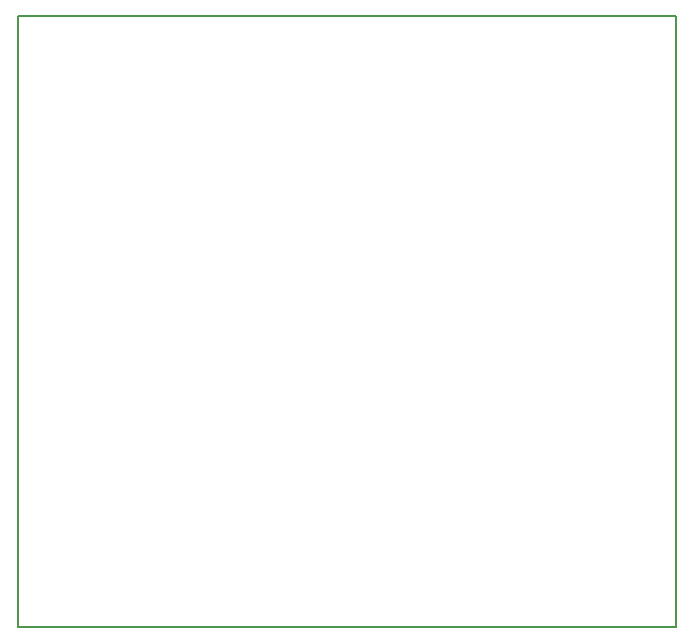
<source format=gm1>
G04 MADE WITH FRITZING*
G04 WWW.FRITZING.ORG*
G04 DOUBLE SIDED*
G04 HOLES PLATED*
G04 CONTOUR ON CENTER OF CONTOUR VECTOR*
%ASAXBY*%
%FSLAX23Y23*%
%MOIN*%
%OFA0B0*%
%SFA1.0B1.0*%
%ADD10R,2.203460X2.045950*%
%ADD11C,0.008000*%
%ADD10C,0.008*%
%LNCONTOUR*%
G90*
G70*
G54D10*
G54D11*
X4Y2042D02*
X2199Y2042D01*
X2199Y4D01*
X4Y4D01*
X4Y2042D01*
D02*
G04 End of contour*
M02*
</source>
